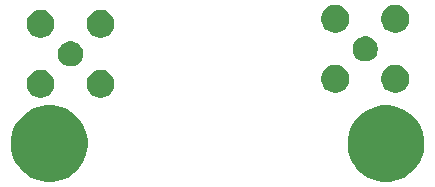
<source format=gbr>
G04 #@! TF.GenerationSoftware,KiCad,Pcbnew,5.1.4+dfsg1-1*
G04 #@! TF.CreationDate,2019-09-19T10:38:50+12:00*
G04 #@! TF.ProjectId,lna,6c6e612e-6b69-4636-9164-5f7063625858,rev?*
G04 #@! TF.SameCoordinates,Original*
G04 #@! TF.FileFunction,Soldermask,Bot*
G04 #@! TF.FilePolarity,Negative*
%FSLAX46Y46*%
G04 Gerber Fmt 4.6, Leading zero omitted, Abs format (unit mm)*
G04 Created by KiCad (PCBNEW 5.1.4+dfsg1-1) date 2019-09-19 10:38:50*
%MOMM*%
%LPD*%
G04 APERTURE LIST*
%ADD10C,0.100000*%
G04 APERTURE END LIST*
D10*
G36*
X194634239Y-110311467D02*
G01*
X194948282Y-110373934D01*
X195539926Y-110619001D01*
X196072392Y-110974784D01*
X196525216Y-111427608D01*
X196880999Y-111960074D01*
X197124847Y-112548775D01*
X197126066Y-112551719D01*
X197251000Y-113179803D01*
X197251000Y-113820197D01*
X197188533Y-114134239D01*
X197126066Y-114448282D01*
X196880999Y-115039926D01*
X196635232Y-115407741D01*
X196543903Y-115544426D01*
X196525216Y-115572392D01*
X196072392Y-116025216D01*
X195539926Y-116380999D01*
X194948282Y-116626066D01*
X194634239Y-116688533D01*
X194320197Y-116751000D01*
X193679803Y-116751000D01*
X193365761Y-116688533D01*
X193051718Y-116626066D01*
X192460074Y-116380999D01*
X191927608Y-116025216D01*
X191474784Y-115572392D01*
X191456098Y-115544426D01*
X191364768Y-115407741D01*
X191119001Y-115039926D01*
X190873934Y-114448282D01*
X190811467Y-114134239D01*
X190749000Y-113820197D01*
X190749000Y-113179803D01*
X190873934Y-112551719D01*
X190875153Y-112548775D01*
X191119001Y-111960074D01*
X191474784Y-111427608D01*
X191927608Y-110974784D01*
X192460074Y-110619001D01*
X193051718Y-110373934D01*
X193365761Y-110311467D01*
X193679803Y-110249000D01*
X194320197Y-110249000D01*
X194634239Y-110311467D01*
X194634239Y-110311467D01*
G37*
G36*
X166137183Y-110308523D02*
G01*
X166451226Y-110370990D01*
X167042870Y-110616057D01*
X167332467Y-110809560D01*
X167575335Y-110971839D01*
X168028161Y-111424665D01*
X168076311Y-111496727D01*
X168383943Y-111957130D01*
X168629010Y-112548774D01*
X168629596Y-112551719D01*
X168753944Y-113176859D01*
X168753944Y-113817253D01*
X168727340Y-113951000D01*
X168629010Y-114445338D01*
X168383943Y-115036982D01*
X168028160Y-115569448D01*
X167575336Y-116022272D01*
X167042870Y-116378055D01*
X166451226Y-116623122D01*
X166137183Y-116685589D01*
X165823141Y-116748056D01*
X165182747Y-116748056D01*
X164868705Y-116685589D01*
X164554662Y-116623122D01*
X163963018Y-116378055D01*
X163430552Y-116022272D01*
X162977728Y-115569448D01*
X162621945Y-115036982D01*
X162376878Y-114445338D01*
X162278548Y-113951000D01*
X162251944Y-113817253D01*
X162251944Y-113176859D01*
X162376292Y-112551719D01*
X162376878Y-112548774D01*
X162621945Y-111957130D01*
X162929577Y-111496727D01*
X162977727Y-111424665D01*
X163430553Y-110971839D01*
X163673421Y-110809560D01*
X163963018Y-110616057D01*
X164554662Y-110370990D01*
X164868705Y-110308523D01*
X165182747Y-110246056D01*
X165823141Y-110246056D01*
X166137183Y-110308523D01*
X166137183Y-110308523D01*
G37*
G36*
X170031560Y-107279064D02*
G01*
X170183027Y-107309193D01*
X170397045Y-107397842D01*
X170397046Y-107397843D01*
X170589654Y-107526539D01*
X170753461Y-107690346D01*
X170839258Y-107818751D01*
X170882158Y-107882955D01*
X170970807Y-108096973D01*
X171016000Y-108324174D01*
X171016000Y-108555826D01*
X170970807Y-108783027D01*
X170882158Y-108997045D01*
X170882157Y-108997046D01*
X170753461Y-109189654D01*
X170589654Y-109353461D01*
X170461249Y-109439258D01*
X170397045Y-109482158D01*
X170183027Y-109570807D01*
X170031560Y-109600936D01*
X169955827Y-109616000D01*
X169724173Y-109616000D01*
X169648440Y-109600936D01*
X169496973Y-109570807D01*
X169282955Y-109482158D01*
X169218751Y-109439258D01*
X169090346Y-109353461D01*
X168926539Y-109189654D01*
X168797843Y-108997046D01*
X168797842Y-108997045D01*
X168709193Y-108783027D01*
X168664000Y-108555826D01*
X168664000Y-108324174D01*
X168709193Y-108096973D01*
X168797842Y-107882955D01*
X168840742Y-107818751D01*
X168926539Y-107690346D01*
X169090346Y-107526539D01*
X169282954Y-107397843D01*
X169282955Y-107397842D01*
X169496973Y-107309193D01*
X169648440Y-107279064D01*
X169724173Y-107264000D01*
X169955827Y-107264000D01*
X170031560Y-107279064D01*
X170031560Y-107279064D01*
G37*
G36*
X164951560Y-107279064D02*
G01*
X165103027Y-107309193D01*
X165317045Y-107397842D01*
X165317046Y-107397843D01*
X165509654Y-107526539D01*
X165673461Y-107690346D01*
X165759258Y-107818751D01*
X165802158Y-107882955D01*
X165890807Y-108096973D01*
X165936000Y-108324174D01*
X165936000Y-108555826D01*
X165890807Y-108783027D01*
X165802158Y-108997045D01*
X165802157Y-108997046D01*
X165673461Y-109189654D01*
X165509654Y-109353461D01*
X165381249Y-109439258D01*
X165317045Y-109482158D01*
X165103027Y-109570807D01*
X164951560Y-109600936D01*
X164875827Y-109616000D01*
X164644173Y-109616000D01*
X164568440Y-109600936D01*
X164416973Y-109570807D01*
X164202955Y-109482158D01*
X164138751Y-109439258D01*
X164010346Y-109353461D01*
X163846539Y-109189654D01*
X163717843Y-108997046D01*
X163717842Y-108997045D01*
X163629193Y-108783027D01*
X163584000Y-108555826D01*
X163584000Y-108324174D01*
X163629193Y-108096973D01*
X163717842Y-107882955D01*
X163760742Y-107818751D01*
X163846539Y-107690346D01*
X164010346Y-107526539D01*
X164202954Y-107397843D01*
X164202955Y-107397842D01*
X164416973Y-107309193D01*
X164568440Y-107279064D01*
X164644173Y-107264000D01*
X164875827Y-107264000D01*
X164951560Y-107279064D01*
X164951560Y-107279064D01*
G37*
G36*
X189898914Y-106853538D02*
G01*
X190053027Y-106884193D01*
X190267045Y-106972842D01*
X190267046Y-106972843D01*
X190459654Y-107101539D01*
X190623461Y-107265346D01*
X190709258Y-107393751D01*
X190752158Y-107457955D01*
X190840807Y-107671973D01*
X190886000Y-107899174D01*
X190886000Y-108130826D01*
X190840807Y-108358027D01*
X190752158Y-108572045D01*
X190752157Y-108572046D01*
X190623461Y-108764654D01*
X190459654Y-108928461D01*
X190357010Y-108997045D01*
X190267045Y-109057158D01*
X190053027Y-109145807D01*
X189901560Y-109175936D01*
X189825827Y-109191000D01*
X189594173Y-109191000D01*
X189518440Y-109175936D01*
X189366973Y-109145807D01*
X189152955Y-109057158D01*
X189062990Y-108997045D01*
X188960346Y-108928461D01*
X188796539Y-108764654D01*
X188667843Y-108572046D01*
X188667842Y-108572045D01*
X188579193Y-108358027D01*
X188534000Y-108130826D01*
X188534000Y-107899174D01*
X188579193Y-107671973D01*
X188667842Y-107457955D01*
X188710742Y-107393751D01*
X188796539Y-107265346D01*
X188960346Y-107101539D01*
X189152954Y-106972843D01*
X189152955Y-106972842D01*
X189366973Y-106884193D01*
X189521086Y-106853538D01*
X189594173Y-106839000D01*
X189825827Y-106839000D01*
X189898914Y-106853538D01*
X189898914Y-106853538D01*
G37*
G36*
X194978914Y-106853538D02*
G01*
X195133027Y-106884193D01*
X195347045Y-106972842D01*
X195347046Y-106972843D01*
X195539654Y-107101539D01*
X195703461Y-107265346D01*
X195789258Y-107393751D01*
X195832158Y-107457955D01*
X195920807Y-107671973D01*
X195966000Y-107899174D01*
X195966000Y-108130826D01*
X195920807Y-108358027D01*
X195832158Y-108572045D01*
X195832157Y-108572046D01*
X195703461Y-108764654D01*
X195539654Y-108928461D01*
X195437010Y-108997045D01*
X195347045Y-109057158D01*
X195133027Y-109145807D01*
X194981560Y-109175936D01*
X194905827Y-109191000D01*
X194674173Y-109191000D01*
X194598440Y-109175936D01*
X194446973Y-109145807D01*
X194232955Y-109057158D01*
X194142990Y-108997045D01*
X194040346Y-108928461D01*
X193876539Y-108764654D01*
X193747843Y-108572046D01*
X193747842Y-108572045D01*
X193659193Y-108358027D01*
X193614000Y-108130826D01*
X193614000Y-107899174D01*
X193659193Y-107671973D01*
X193747842Y-107457955D01*
X193790742Y-107393751D01*
X193876539Y-107265346D01*
X194040346Y-107101539D01*
X194232954Y-106972843D01*
X194232955Y-106972842D01*
X194446973Y-106884193D01*
X194601086Y-106853538D01*
X194674173Y-106839000D01*
X194905827Y-106839000D01*
X194978914Y-106853538D01*
X194978914Y-106853538D01*
G37*
G36*
X167475271Y-104837783D02*
G01*
X167613858Y-104865350D01*
X167809677Y-104946461D01*
X167985910Y-105064216D01*
X168135784Y-105214090D01*
X168253539Y-105390323D01*
X168334650Y-105586142D01*
X168376000Y-105794023D01*
X168376000Y-106005977D01*
X168334650Y-106213858D01*
X168253539Y-106409677D01*
X168135784Y-106585910D01*
X167985910Y-106735784D01*
X167809677Y-106853539D01*
X167613858Y-106934650D01*
X167475271Y-106962217D01*
X167405978Y-106976000D01*
X167194022Y-106976000D01*
X167124729Y-106962217D01*
X166986142Y-106934650D01*
X166790323Y-106853539D01*
X166614090Y-106735784D01*
X166464216Y-106585910D01*
X166346461Y-106409677D01*
X166265350Y-106213858D01*
X166224000Y-106005977D01*
X166224000Y-105794023D01*
X166265350Y-105586142D01*
X166346461Y-105390323D01*
X166464216Y-105214090D01*
X166614090Y-105064216D01*
X166790323Y-104946461D01*
X166986142Y-104865350D01*
X167124729Y-104837783D01*
X167194022Y-104824000D01*
X167405978Y-104824000D01*
X167475271Y-104837783D01*
X167475271Y-104837783D01*
G37*
G36*
X192425271Y-104412783D02*
G01*
X192563858Y-104440350D01*
X192759677Y-104521461D01*
X192935910Y-104639216D01*
X193085784Y-104789090D01*
X193203539Y-104965323D01*
X193284650Y-105161142D01*
X193326000Y-105369023D01*
X193326000Y-105580977D01*
X193284650Y-105788858D01*
X193203539Y-105984677D01*
X193085784Y-106160910D01*
X192935910Y-106310784D01*
X192759677Y-106428539D01*
X192563858Y-106509650D01*
X192425271Y-106537217D01*
X192355978Y-106551000D01*
X192144022Y-106551000D01*
X192074729Y-106537217D01*
X191936142Y-106509650D01*
X191740323Y-106428539D01*
X191564090Y-106310784D01*
X191414216Y-106160910D01*
X191296461Y-105984677D01*
X191215350Y-105788858D01*
X191174000Y-105580977D01*
X191174000Y-105369023D01*
X191215350Y-105161142D01*
X191296461Y-104965323D01*
X191414216Y-104789090D01*
X191564090Y-104639216D01*
X191740323Y-104521461D01*
X191936142Y-104440350D01*
X192074729Y-104412783D01*
X192144022Y-104399000D01*
X192355978Y-104399000D01*
X192425271Y-104412783D01*
X192425271Y-104412783D01*
G37*
G36*
X164951560Y-102199064D02*
G01*
X165103027Y-102229193D01*
X165317045Y-102317842D01*
X165317046Y-102317843D01*
X165509654Y-102446539D01*
X165673461Y-102610346D01*
X165759258Y-102738751D01*
X165802158Y-102802955D01*
X165890807Y-103016973D01*
X165936000Y-103244174D01*
X165936000Y-103475826D01*
X165890807Y-103703027D01*
X165802158Y-103917045D01*
X165802157Y-103917046D01*
X165673461Y-104109654D01*
X165509654Y-104273461D01*
X165381249Y-104359258D01*
X165317045Y-104402158D01*
X165103027Y-104490807D01*
X164951560Y-104520936D01*
X164875827Y-104536000D01*
X164644173Y-104536000D01*
X164568440Y-104520936D01*
X164416973Y-104490807D01*
X164202955Y-104402158D01*
X164138751Y-104359258D01*
X164010346Y-104273461D01*
X163846539Y-104109654D01*
X163717843Y-103917046D01*
X163717842Y-103917045D01*
X163629193Y-103703027D01*
X163584000Y-103475826D01*
X163584000Y-103244174D01*
X163629193Y-103016973D01*
X163717842Y-102802955D01*
X163760742Y-102738751D01*
X163846539Y-102610346D01*
X164010346Y-102446539D01*
X164202954Y-102317843D01*
X164202955Y-102317842D01*
X164416973Y-102229193D01*
X164568440Y-102199064D01*
X164644173Y-102184000D01*
X164875827Y-102184000D01*
X164951560Y-102199064D01*
X164951560Y-102199064D01*
G37*
G36*
X170031560Y-102199064D02*
G01*
X170183027Y-102229193D01*
X170397045Y-102317842D01*
X170397046Y-102317843D01*
X170589654Y-102446539D01*
X170753461Y-102610346D01*
X170839258Y-102738751D01*
X170882158Y-102802955D01*
X170970807Y-103016973D01*
X171016000Y-103244174D01*
X171016000Y-103475826D01*
X170970807Y-103703027D01*
X170882158Y-103917045D01*
X170882157Y-103917046D01*
X170753461Y-104109654D01*
X170589654Y-104273461D01*
X170461249Y-104359258D01*
X170397045Y-104402158D01*
X170183027Y-104490807D01*
X170031560Y-104520936D01*
X169955827Y-104536000D01*
X169724173Y-104536000D01*
X169648440Y-104520936D01*
X169496973Y-104490807D01*
X169282955Y-104402158D01*
X169218751Y-104359258D01*
X169090346Y-104273461D01*
X168926539Y-104109654D01*
X168797843Y-103917046D01*
X168797842Y-103917045D01*
X168709193Y-103703027D01*
X168664000Y-103475826D01*
X168664000Y-103244174D01*
X168709193Y-103016973D01*
X168797842Y-102802955D01*
X168840742Y-102738751D01*
X168926539Y-102610346D01*
X169090346Y-102446539D01*
X169282954Y-102317843D01*
X169282955Y-102317842D01*
X169496973Y-102229193D01*
X169648440Y-102199064D01*
X169724173Y-102184000D01*
X169955827Y-102184000D01*
X170031560Y-102199064D01*
X170031560Y-102199064D01*
G37*
G36*
X189901560Y-101774064D02*
G01*
X190053027Y-101804193D01*
X190267045Y-101892842D01*
X190267046Y-101892843D01*
X190459654Y-102021539D01*
X190623461Y-102185346D01*
X190709258Y-102313751D01*
X190752158Y-102377955D01*
X190840807Y-102591973D01*
X190886000Y-102819174D01*
X190886000Y-103050826D01*
X190840807Y-103278027D01*
X190752158Y-103492045D01*
X190752157Y-103492046D01*
X190623461Y-103684654D01*
X190459654Y-103848461D01*
X190357010Y-103917045D01*
X190267045Y-103977158D01*
X190053027Y-104065807D01*
X189901560Y-104095936D01*
X189825827Y-104111000D01*
X189594173Y-104111000D01*
X189518440Y-104095936D01*
X189366973Y-104065807D01*
X189152955Y-103977158D01*
X189062990Y-103917045D01*
X188960346Y-103848461D01*
X188796539Y-103684654D01*
X188667843Y-103492046D01*
X188667842Y-103492045D01*
X188579193Y-103278027D01*
X188534000Y-103050826D01*
X188534000Y-102819174D01*
X188579193Y-102591973D01*
X188667842Y-102377955D01*
X188710742Y-102313751D01*
X188796539Y-102185346D01*
X188960346Y-102021539D01*
X189152954Y-101892843D01*
X189152955Y-101892842D01*
X189366973Y-101804193D01*
X189518440Y-101774064D01*
X189594173Y-101759000D01*
X189825827Y-101759000D01*
X189901560Y-101774064D01*
X189901560Y-101774064D01*
G37*
G36*
X194981560Y-101774064D02*
G01*
X195133027Y-101804193D01*
X195347045Y-101892842D01*
X195347046Y-101892843D01*
X195539654Y-102021539D01*
X195703461Y-102185346D01*
X195789258Y-102313751D01*
X195832158Y-102377955D01*
X195920807Y-102591973D01*
X195966000Y-102819174D01*
X195966000Y-103050826D01*
X195920807Y-103278027D01*
X195832158Y-103492045D01*
X195832157Y-103492046D01*
X195703461Y-103684654D01*
X195539654Y-103848461D01*
X195437010Y-103917045D01*
X195347045Y-103977158D01*
X195133027Y-104065807D01*
X194981560Y-104095936D01*
X194905827Y-104111000D01*
X194674173Y-104111000D01*
X194598440Y-104095936D01*
X194446973Y-104065807D01*
X194232955Y-103977158D01*
X194142990Y-103917045D01*
X194040346Y-103848461D01*
X193876539Y-103684654D01*
X193747843Y-103492046D01*
X193747842Y-103492045D01*
X193659193Y-103278027D01*
X193614000Y-103050826D01*
X193614000Y-102819174D01*
X193659193Y-102591973D01*
X193747842Y-102377955D01*
X193790742Y-102313751D01*
X193876539Y-102185346D01*
X194040346Y-102021539D01*
X194232954Y-101892843D01*
X194232955Y-101892842D01*
X194446973Y-101804193D01*
X194598440Y-101774064D01*
X194674173Y-101759000D01*
X194905827Y-101759000D01*
X194981560Y-101774064D01*
X194981560Y-101774064D01*
G37*
M02*

</source>
